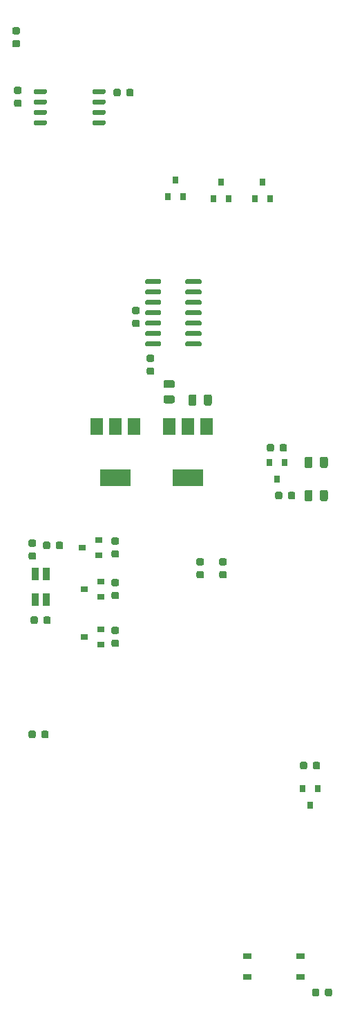
<source format=gtp>
G04 #@! TF.GenerationSoftware,KiCad,Pcbnew,(5.1.10-1-10_14)*
G04 #@! TF.CreationDate,2021-11-12T15:28:04+00:00*
G04 #@! TF.ProjectId,New-New-ACNode-Shield,4e65772d-4e65-4772-9d41-434e6f64652d,rev?*
G04 #@! TF.SameCoordinates,Original*
G04 #@! TF.FileFunction,Paste,Top*
G04 #@! TF.FilePolarity,Positive*
%FSLAX46Y46*%
G04 Gerber Fmt 4.6, Leading zero omitted, Abs format (unit mm)*
G04 Created by KiCad (PCBNEW (5.1.10-1-10_14)) date 2021-11-12 15:28:04*
%MOMM*%
%LPD*%
G01*
G04 APERTURE LIST*
%ADD10R,1.500000X2.000000*%
%ADD11R,3.800000X2.000000*%
%ADD12R,1.000000X0.800000*%
%ADD13R,0.800000X0.900000*%
%ADD14R,0.900000X0.800000*%
%ADD15R,0.900000X1.500000*%
G04 APERTURE END LIST*
D10*
X153430000Y-95656000D03*
X148830000Y-95656000D03*
X151130000Y-95656000D03*
D11*
X151130000Y-101956000D03*
D12*
X164950000Y-160430000D03*
X158450000Y-160430000D03*
X158450000Y-162970000D03*
X164950000Y-162970000D03*
G36*
G01*
X139452000Y-54887000D02*
X139452000Y-54587000D01*
G75*
G02*
X139602000Y-54437000I150000J0D01*
G01*
X140902000Y-54437000D01*
G75*
G02*
X141052000Y-54587000I0J-150000D01*
G01*
X141052000Y-54887000D01*
G75*
G02*
X140902000Y-55037000I-150000J0D01*
G01*
X139602000Y-55037000D01*
G75*
G02*
X139452000Y-54887000I0J150000D01*
G01*
G37*
G36*
G01*
X139452000Y-56157000D02*
X139452000Y-55857000D01*
G75*
G02*
X139602000Y-55707000I150000J0D01*
G01*
X140902000Y-55707000D01*
G75*
G02*
X141052000Y-55857000I0J-150000D01*
G01*
X141052000Y-56157000D01*
G75*
G02*
X140902000Y-56307000I-150000J0D01*
G01*
X139602000Y-56307000D01*
G75*
G02*
X139452000Y-56157000I0J150000D01*
G01*
G37*
G36*
G01*
X139452000Y-57427000D02*
X139452000Y-57127000D01*
G75*
G02*
X139602000Y-56977000I150000J0D01*
G01*
X140902000Y-56977000D01*
G75*
G02*
X141052000Y-57127000I0J-150000D01*
G01*
X141052000Y-57427000D01*
G75*
G02*
X140902000Y-57577000I-150000J0D01*
G01*
X139602000Y-57577000D01*
G75*
G02*
X139452000Y-57427000I0J150000D01*
G01*
G37*
G36*
G01*
X139452000Y-58697000D02*
X139452000Y-58397000D01*
G75*
G02*
X139602000Y-58247000I150000J0D01*
G01*
X140902000Y-58247000D01*
G75*
G02*
X141052000Y-58397000I0J-150000D01*
G01*
X141052000Y-58697000D01*
G75*
G02*
X140902000Y-58847000I-150000J0D01*
G01*
X139602000Y-58847000D01*
G75*
G02*
X139452000Y-58697000I0J150000D01*
G01*
G37*
G36*
G01*
X132252000Y-58697000D02*
X132252000Y-58397000D01*
G75*
G02*
X132402000Y-58247000I150000J0D01*
G01*
X133702000Y-58247000D01*
G75*
G02*
X133852000Y-58397000I0J-150000D01*
G01*
X133852000Y-58697000D01*
G75*
G02*
X133702000Y-58847000I-150000J0D01*
G01*
X132402000Y-58847000D01*
G75*
G02*
X132252000Y-58697000I0J150000D01*
G01*
G37*
G36*
G01*
X132252000Y-57427000D02*
X132252000Y-57127000D01*
G75*
G02*
X132402000Y-56977000I150000J0D01*
G01*
X133702000Y-56977000D01*
G75*
G02*
X133852000Y-57127000I0J-150000D01*
G01*
X133852000Y-57427000D01*
G75*
G02*
X133702000Y-57577000I-150000J0D01*
G01*
X132402000Y-57577000D01*
G75*
G02*
X132252000Y-57427000I0J150000D01*
G01*
G37*
G36*
G01*
X132252000Y-56157000D02*
X132252000Y-55857000D01*
G75*
G02*
X132402000Y-55707000I150000J0D01*
G01*
X133702000Y-55707000D01*
G75*
G02*
X133852000Y-55857000I0J-150000D01*
G01*
X133852000Y-56157000D01*
G75*
G02*
X133702000Y-56307000I-150000J0D01*
G01*
X132402000Y-56307000D01*
G75*
G02*
X132252000Y-56157000I0J150000D01*
G01*
G37*
G36*
G01*
X132252000Y-54887000D02*
X132252000Y-54587000D01*
G75*
G02*
X132402000Y-54437000I150000J0D01*
G01*
X133702000Y-54437000D01*
G75*
G02*
X133852000Y-54587000I0J-150000D01*
G01*
X133852000Y-54887000D01*
G75*
G02*
X133702000Y-55037000I-150000J0D01*
G01*
X132402000Y-55037000D01*
G75*
G02*
X132252000Y-54887000I0J150000D01*
G01*
G37*
G36*
G01*
X147852000Y-85448000D02*
X147852000Y-85748000D01*
G75*
G02*
X147702000Y-85898000I-150000J0D01*
G01*
X146052000Y-85898000D01*
G75*
G02*
X145902000Y-85748000I0J150000D01*
G01*
X145902000Y-85448000D01*
G75*
G02*
X146052000Y-85298000I150000J0D01*
G01*
X147702000Y-85298000D01*
G75*
G02*
X147852000Y-85448000I0J-150000D01*
G01*
G37*
G36*
G01*
X147852000Y-84178000D02*
X147852000Y-84478000D01*
G75*
G02*
X147702000Y-84628000I-150000J0D01*
G01*
X146052000Y-84628000D01*
G75*
G02*
X145902000Y-84478000I0J150000D01*
G01*
X145902000Y-84178000D01*
G75*
G02*
X146052000Y-84028000I150000J0D01*
G01*
X147702000Y-84028000D01*
G75*
G02*
X147852000Y-84178000I0J-150000D01*
G01*
G37*
G36*
G01*
X147852000Y-82908000D02*
X147852000Y-83208000D01*
G75*
G02*
X147702000Y-83358000I-150000J0D01*
G01*
X146052000Y-83358000D01*
G75*
G02*
X145902000Y-83208000I0J150000D01*
G01*
X145902000Y-82908000D01*
G75*
G02*
X146052000Y-82758000I150000J0D01*
G01*
X147702000Y-82758000D01*
G75*
G02*
X147852000Y-82908000I0J-150000D01*
G01*
G37*
G36*
G01*
X147852000Y-81638000D02*
X147852000Y-81938000D01*
G75*
G02*
X147702000Y-82088000I-150000J0D01*
G01*
X146052000Y-82088000D01*
G75*
G02*
X145902000Y-81938000I0J150000D01*
G01*
X145902000Y-81638000D01*
G75*
G02*
X146052000Y-81488000I150000J0D01*
G01*
X147702000Y-81488000D01*
G75*
G02*
X147852000Y-81638000I0J-150000D01*
G01*
G37*
G36*
G01*
X147852000Y-80368000D02*
X147852000Y-80668000D01*
G75*
G02*
X147702000Y-80818000I-150000J0D01*
G01*
X146052000Y-80818000D01*
G75*
G02*
X145902000Y-80668000I0J150000D01*
G01*
X145902000Y-80368000D01*
G75*
G02*
X146052000Y-80218000I150000J0D01*
G01*
X147702000Y-80218000D01*
G75*
G02*
X147852000Y-80368000I0J-150000D01*
G01*
G37*
G36*
G01*
X147852000Y-79098000D02*
X147852000Y-79398000D01*
G75*
G02*
X147702000Y-79548000I-150000J0D01*
G01*
X146052000Y-79548000D01*
G75*
G02*
X145902000Y-79398000I0J150000D01*
G01*
X145902000Y-79098000D01*
G75*
G02*
X146052000Y-78948000I150000J0D01*
G01*
X147702000Y-78948000D01*
G75*
G02*
X147852000Y-79098000I0J-150000D01*
G01*
G37*
G36*
G01*
X147852000Y-77828000D02*
X147852000Y-78128000D01*
G75*
G02*
X147702000Y-78278000I-150000J0D01*
G01*
X146052000Y-78278000D01*
G75*
G02*
X145902000Y-78128000I0J150000D01*
G01*
X145902000Y-77828000D01*
G75*
G02*
X146052000Y-77678000I150000J0D01*
G01*
X147702000Y-77678000D01*
G75*
G02*
X147852000Y-77828000I0J-150000D01*
G01*
G37*
G36*
G01*
X152802000Y-77828000D02*
X152802000Y-78128000D01*
G75*
G02*
X152652000Y-78278000I-150000J0D01*
G01*
X151002000Y-78278000D01*
G75*
G02*
X150852000Y-78128000I0J150000D01*
G01*
X150852000Y-77828000D01*
G75*
G02*
X151002000Y-77678000I150000J0D01*
G01*
X152652000Y-77678000D01*
G75*
G02*
X152802000Y-77828000I0J-150000D01*
G01*
G37*
G36*
G01*
X152802000Y-79098000D02*
X152802000Y-79398000D01*
G75*
G02*
X152652000Y-79548000I-150000J0D01*
G01*
X151002000Y-79548000D01*
G75*
G02*
X150852000Y-79398000I0J150000D01*
G01*
X150852000Y-79098000D01*
G75*
G02*
X151002000Y-78948000I150000J0D01*
G01*
X152652000Y-78948000D01*
G75*
G02*
X152802000Y-79098000I0J-150000D01*
G01*
G37*
G36*
G01*
X152802000Y-80368000D02*
X152802000Y-80668000D01*
G75*
G02*
X152652000Y-80818000I-150000J0D01*
G01*
X151002000Y-80818000D01*
G75*
G02*
X150852000Y-80668000I0J150000D01*
G01*
X150852000Y-80368000D01*
G75*
G02*
X151002000Y-80218000I150000J0D01*
G01*
X152652000Y-80218000D01*
G75*
G02*
X152802000Y-80368000I0J-150000D01*
G01*
G37*
G36*
G01*
X152802000Y-81638000D02*
X152802000Y-81938000D01*
G75*
G02*
X152652000Y-82088000I-150000J0D01*
G01*
X151002000Y-82088000D01*
G75*
G02*
X150852000Y-81938000I0J150000D01*
G01*
X150852000Y-81638000D01*
G75*
G02*
X151002000Y-81488000I150000J0D01*
G01*
X152652000Y-81488000D01*
G75*
G02*
X152802000Y-81638000I0J-150000D01*
G01*
G37*
G36*
G01*
X152802000Y-82908000D02*
X152802000Y-83208000D01*
G75*
G02*
X152652000Y-83358000I-150000J0D01*
G01*
X151002000Y-83358000D01*
G75*
G02*
X150852000Y-83208000I0J150000D01*
G01*
X150852000Y-82908000D01*
G75*
G02*
X151002000Y-82758000I150000J0D01*
G01*
X152652000Y-82758000D01*
G75*
G02*
X152802000Y-82908000I0J-150000D01*
G01*
G37*
G36*
G01*
X152802000Y-84178000D02*
X152802000Y-84478000D01*
G75*
G02*
X152652000Y-84628000I-150000J0D01*
G01*
X151002000Y-84628000D01*
G75*
G02*
X150852000Y-84478000I0J150000D01*
G01*
X150852000Y-84178000D01*
G75*
G02*
X151002000Y-84028000I150000J0D01*
G01*
X152652000Y-84028000D01*
G75*
G02*
X152802000Y-84178000I0J-150000D01*
G01*
G37*
G36*
G01*
X152802000Y-85448000D02*
X152802000Y-85748000D01*
G75*
G02*
X152652000Y-85898000I-150000J0D01*
G01*
X151002000Y-85898000D01*
G75*
G02*
X150852000Y-85748000I0J150000D01*
G01*
X150852000Y-85448000D01*
G75*
G02*
X151002000Y-85298000I150000J0D01*
G01*
X152652000Y-85298000D01*
G75*
G02*
X152802000Y-85448000I0J-150000D01*
G01*
G37*
G36*
G01*
X161702000Y-98041750D02*
X161702000Y-98554250D01*
G75*
G02*
X161483250Y-98773000I-218750J0D01*
G01*
X161045750Y-98773000D01*
G75*
G02*
X160827000Y-98554250I0J218750D01*
G01*
X160827000Y-98041750D01*
G75*
G02*
X161045750Y-97823000I218750J0D01*
G01*
X161483250Y-97823000D01*
G75*
G02*
X161702000Y-98041750I0J-218750D01*
G01*
G37*
G36*
G01*
X163277000Y-98041750D02*
X163277000Y-98554250D01*
G75*
G02*
X163058250Y-98773000I-218750J0D01*
G01*
X162620750Y-98773000D01*
G75*
G02*
X162402000Y-98554250I0J218750D01*
G01*
X162402000Y-98041750D01*
G75*
G02*
X162620750Y-97823000I218750J0D01*
G01*
X163058250Y-97823000D01*
G75*
G02*
X163277000Y-98041750I0J-218750D01*
G01*
G37*
G36*
G01*
X162718000Y-103883750D02*
X162718000Y-104396250D01*
G75*
G02*
X162499250Y-104615000I-218750J0D01*
G01*
X162061750Y-104615000D01*
G75*
G02*
X161843000Y-104396250I0J218750D01*
G01*
X161843000Y-103883750D01*
G75*
G02*
X162061750Y-103665000I218750J0D01*
G01*
X162499250Y-103665000D01*
G75*
G02*
X162718000Y-103883750I0J-218750D01*
G01*
G37*
G36*
G01*
X164293000Y-103883750D02*
X164293000Y-104396250D01*
G75*
G02*
X164074250Y-104615000I-218750J0D01*
G01*
X163636750Y-104615000D01*
G75*
G02*
X163418000Y-104396250I0J218750D01*
G01*
X163418000Y-103883750D01*
G75*
G02*
X163636750Y-103665000I218750J0D01*
G01*
X164074250Y-103665000D01*
G75*
G02*
X164293000Y-103883750I0J-218750D01*
G01*
G37*
G36*
G01*
X133192000Y-133606250D02*
X133192000Y-133093750D01*
G75*
G02*
X133410750Y-132875000I218750J0D01*
G01*
X133848250Y-132875000D01*
G75*
G02*
X134067000Y-133093750I0J-218750D01*
G01*
X134067000Y-133606250D01*
G75*
G02*
X133848250Y-133825000I-218750J0D01*
G01*
X133410750Y-133825000D01*
G75*
G02*
X133192000Y-133606250I0J218750D01*
G01*
G37*
G36*
G01*
X131617000Y-133606250D02*
X131617000Y-133093750D01*
G75*
G02*
X131835750Y-132875000I218750J0D01*
G01*
X132273250Y-132875000D01*
G75*
G02*
X132492000Y-133093750I0J-218750D01*
G01*
X132492000Y-133606250D01*
G75*
G02*
X132273250Y-133825000I-218750J0D01*
G01*
X131835750Y-133825000D01*
G75*
G02*
X131617000Y-133606250I0J218750D01*
G01*
G37*
G36*
G01*
X155704250Y-112680000D02*
X155191750Y-112680000D01*
G75*
G02*
X154973000Y-112461250I0J218750D01*
G01*
X154973000Y-112023750D01*
G75*
G02*
X155191750Y-111805000I218750J0D01*
G01*
X155704250Y-111805000D01*
G75*
G02*
X155923000Y-112023750I0J-218750D01*
G01*
X155923000Y-112461250D01*
G75*
G02*
X155704250Y-112680000I-218750J0D01*
G01*
G37*
G36*
G01*
X155704250Y-114255000D02*
X155191750Y-114255000D01*
G75*
G02*
X154973000Y-114036250I0J218750D01*
G01*
X154973000Y-113598750D01*
G75*
G02*
X155191750Y-113380000I218750J0D01*
G01*
X155704250Y-113380000D01*
G75*
G02*
X155923000Y-113598750I0J-218750D01*
G01*
X155923000Y-114036250D01*
G75*
G02*
X155704250Y-114255000I-218750J0D01*
G01*
G37*
G36*
G01*
X152910250Y-112680000D02*
X152397750Y-112680000D01*
G75*
G02*
X152179000Y-112461250I0J218750D01*
G01*
X152179000Y-112023750D01*
G75*
G02*
X152397750Y-111805000I218750J0D01*
G01*
X152910250Y-111805000D01*
G75*
G02*
X153129000Y-112023750I0J-218750D01*
G01*
X153129000Y-112461250D01*
G75*
G02*
X152910250Y-112680000I-218750J0D01*
G01*
G37*
G36*
G01*
X152910250Y-114255000D02*
X152397750Y-114255000D01*
G75*
G02*
X152179000Y-114036250I0J218750D01*
G01*
X152179000Y-113598750D01*
G75*
G02*
X152397750Y-113380000I218750J0D01*
G01*
X152910250Y-113380000D01*
G75*
G02*
X153129000Y-113598750I0J-218750D01*
G01*
X153129000Y-114036250D01*
G75*
G02*
X152910250Y-114255000I-218750J0D01*
G01*
G37*
G36*
G01*
X167950000Y-165156250D02*
X167950000Y-164643750D01*
G75*
G02*
X168168750Y-164425000I218750J0D01*
G01*
X168606250Y-164425000D01*
G75*
G02*
X168825000Y-164643750I0J-218750D01*
G01*
X168825000Y-165156250D01*
G75*
G02*
X168606250Y-165375000I-218750J0D01*
G01*
X168168750Y-165375000D01*
G75*
G02*
X167950000Y-165156250I0J218750D01*
G01*
G37*
G36*
G01*
X166375000Y-165156250D02*
X166375000Y-164643750D01*
G75*
G02*
X166593750Y-164425000I218750J0D01*
G01*
X167031250Y-164425000D01*
G75*
G02*
X167250000Y-164643750I0J-218750D01*
G01*
X167250000Y-165156250D01*
G75*
G02*
X167031250Y-165375000I-218750J0D01*
G01*
X166593750Y-165375000D01*
G75*
G02*
X166375000Y-165156250I0J218750D01*
G01*
G37*
G36*
G01*
X129843750Y-48450000D02*
X130356250Y-48450000D01*
G75*
G02*
X130575000Y-48668750I0J-218750D01*
G01*
X130575000Y-49106250D01*
G75*
G02*
X130356250Y-49325000I-218750J0D01*
G01*
X129843750Y-49325000D01*
G75*
G02*
X129625000Y-49106250I0J218750D01*
G01*
X129625000Y-48668750D01*
G75*
G02*
X129843750Y-48450000I218750J0D01*
G01*
G37*
G36*
G01*
X129843750Y-46875000D02*
X130356250Y-46875000D01*
G75*
G02*
X130575000Y-47093750I0J-218750D01*
G01*
X130575000Y-47531250D01*
G75*
G02*
X130356250Y-47750000I-218750J0D01*
G01*
X129843750Y-47750000D01*
G75*
G02*
X129625000Y-47531250I0J218750D01*
G01*
X129625000Y-47093750D01*
G75*
G02*
X129843750Y-46875000I218750J0D01*
G01*
G37*
G36*
G01*
X165766000Y-136903750D02*
X165766000Y-137416250D01*
G75*
G02*
X165547250Y-137635000I-218750J0D01*
G01*
X165109750Y-137635000D01*
G75*
G02*
X164891000Y-137416250I0J218750D01*
G01*
X164891000Y-136903750D01*
G75*
G02*
X165109750Y-136685000I218750J0D01*
G01*
X165547250Y-136685000D01*
G75*
G02*
X165766000Y-136903750I0J-218750D01*
G01*
G37*
G36*
G01*
X167341000Y-136903750D02*
X167341000Y-137416250D01*
G75*
G02*
X167122250Y-137635000I-218750J0D01*
G01*
X166684750Y-137635000D01*
G75*
G02*
X166466000Y-137416250I0J218750D01*
G01*
X166466000Y-136903750D01*
G75*
G02*
X166684750Y-136685000I218750J0D01*
G01*
X167122250Y-136685000D01*
G75*
G02*
X167341000Y-136903750I0J-218750D01*
G01*
G37*
G36*
G01*
X142496250Y-121062000D02*
X141983750Y-121062000D01*
G75*
G02*
X141765000Y-120843250I0J218750D01*
G01*
X141765000Y-120405750D01*
G75*
G02*
X141983750Y-120187000I218750J0D01*
G01*
X142496250Y-120187000D01*
G75*
G02*
X142715000Y-120405750I0J-218750D01*
G01*
X142715000Y-120843250D01*
G75*
G02*
X142496250Y-121062000I-218750J0D01*
G01*
G37*
G36*
G01*
X142496250Y-122637000D02*
X141983750Y-122637000D01*
G75*
G02*
X141765000Y-122418250I0J218750D01*
G01*
X141765000Y-121980750D01*
G75*
G02*
X141983750Y-121762000I218750J0D01*
G01*
X142496250Y-121762000D01*
G75*
G02*
X142715000Y-121980750I0J-218750D01*
G01*
X142715000Y-122418250D01*
G75*
G02*
X142496250Y-122637000I-218750J0D01*
G01*
G37*
G36*
G01*
X142496250Y-115220000D02*
X141983750Y-115220000D01*
G75*
G02*
X141765000Y-115001250I0J218750D01*
G01*
X141765000Y-114563750D01*
G75*
G02*
X141983750Y-114345000I218750J0D01*
G01*
X142496250Y-114345000D01*
G75*
G02*
X142715000Y-114563750I0J-218750D01*
G01*
X142715000Y-115001250D01*
G75*
G02*
X142496250Y-115220000I-218750J0D01*
G01*
G37*
G36*
G01*
X142496250Y-116795000D02*
X141983750Y-116795000D01*
G75*
G02*
X141765000Y-116576250I0J218750D01*
G01*
X141765000Y-116138750D01*
G75*
G02*
X141983750Y-115920000I218750J0D01*
G01*
X142496250Y-115920000D01*
G75*
G02*
X142715000Y-116138750I0J-218750D01*
G01*
X142715000Y-116576250D01*
G75*
G02*
X142496250Y-116795000I-218750J0D01*
G01*
G37*
G36*
G01*
X142496250Y-110140000D02*
X141983750Y-110140000D01*
G75*
G02*
X141765000Y-109921250I0J218750D01*
G01*
X141765000Y-109483750D01*
G75*
G02*
X141983750Y-109265000I218750J0D01*
G01*
X142496250Y-109265000D01*
G75*
G02*
X142715000Y-109483750I0J-218750D01*
G01*
X142715000Y-109921250D01*
G75*
G02*
X142496250Y-110140000I-218750J0D01*
G01*
G37*
G36*
G01*
X142496250Y-111715000D02*
X141983750Y-111715000D01*
G75*
G02*
X141765000Y-111496250I0J218750D01*
G01*
X141765000Y-111058750D01*
G75*
G02*
X141983750Y-110840000I218750J0D01*
G01*
X142496250Y-110840000D01*
G75*
G02*
X142715000Y-111058750I0J-218750D01*
G01*
X142715000Y-111496250D01*
G75*
G02*
X142496250Y-111715000I-218750J0D01*
G01*
G37*
G36*
G01*
X133446000Y-119636250D02*
X133446000Y-119123750D01*
G75*
G02*
X133664750Y-118905000I218750J0D01*
G01*
X134102250Y-118905000D01*
G75*
G02*
X134321000Y-119123750I0J-218750D01*
G01*
X134321000Y-119636250D01*
G75*
G02*
X134102250Y-119855000I-218750J0D01*
G01*
X133664750Y-119855000D01*
G75*
G02*
X133446000Y-119636250I0J218750D01*
G01*
G37*
G36*
G01*
X131871000Y-119636250D02*
X131871000Y-119123750D01*
G75*
G02*
X132089750Y-118905000I218750J0D01*
G01*
X132527250Y-118905000D01*
G75*
G02*
X132746000Y-119123750I0J-218750D01*
G01*
X132746000Y-119636250D01*
G75*
G02*
X132527250Y-119855000I-218750J0D01*
G01*
X132089750Y-119855000D01*
G75*
G02*
X131871000Y-119636250I0J218750D01*
G01*
G37*
G36*
G01*
X132336250Y-110394000D02*
X131823750Y-110394000D01*
G75*
G02*
X131605000Y-110175250I0J218750D01*
G01*
X131605000Y-109737750D01*
G75*
G02*
X131823750Y-109519000I218750J0D01*
G01*
X132336250Y-109519000D01*
G75*
G02*
X132555000Y-109737750I0J-218750D01*
G01*
X132555000Y-110175250D01*
G75*
G02*
X132336250Y-110394000I-218750J0D01*
G01*
G37*
G36*
G01*
X132336250Y-111969000D02*
X131823750Y-111969000D01*
G75*
G02*
X131605000Y-111750250I0J218750D01*
G01*
X131605000Y-111312750D01*
G75*
G02*
X131823750Y-111094000I218750J0D01*
G01*
X132336250Y-111094000D01*
G75*
G02*
X132555000Y-111312750I0J-218750D01*
G01*
X132555000Y-111750250D01*
G75*
G02*
X132336250Y-111969000I-218750J0D01*
G01*
G37*
G36*
G01*
X134970000Y-110492250D02*
X134970000Y-109979750D01*
G75*
G02*
X135188750Y-109761000I218750J0D01*
G01*
X135626250Y-109761000D01*
G75*
G02*
X135845000Y-109979750I0J-218750D01*
G01*
X135845000Y-110492250D01*
G75*
G02*
X135626250Y-110711000I-218750J0D01*
G01*
X135188750Y-110711000D01*
G75*
G02*
X134970000Y-110492250I0J218750D01*
G01*
G37*
G36*
G01*
X133395000Y-110492250D02*
X133395000Y-109979750D01*
G75*
G02*
X133613750Y-109761000I218750J0D01*
G01*
X134051250Y-109761000D01*
G75*
G02*
X134270000Y-109979750I0J-218750D01*
G01*
X134270000Y-110492250D01*
G75*
G02*
X134051250Y-110711000I-218750J0D01*
G01*
X133613750Y-110711000D01*
G75*
G02*
X133395000Y-110492250I0J218750D01*
G01*
G37*
G36*
G01*
X130558250Y-55022000D02*
X130045750Y-55022000D01*
G75*
G02*
X129827000Y-54803250I0J218750D01*
G01*
X129827000Y-54365750D01*
G75*
G02*
X130045750Y-54147000I218750J0D01*
G01*
X130558250Y-54147000D01*
G75*
G02*
X130777000Y-54365750I0J-218750D01*
G01*
X130777000Y-54803250D01*
G75*
G02*
X130558250Y-55022000I-218750J0D01*
G01*
G37*
G36*
G01*
X130558250Y-56597000D02*
X130045750Y-56597000D01*
G75*
G02*
X129827000Y-56378250I0J218750D01*
G01*
X129827000Y-55940750D01*
G75*
G02*
X130045750Y-55722000I218750J0D01*
G01*
X130558250Y-55722000D01*
G75*
G02*
X130777000Y-55940750I0J-218750D01*
G01*
X130777000Y-56378250D01*
G75*
G02*
X130558250Y-56597000I-218750J0D01*
G01*
G37*
G36*
G01*
X144523750Y-82646000D02*
X145036250Y-82646000D01*
G75*
G02*
X145255000Y-82864750I0J-218750D01*
G01*
X145255000Y-83302250D01*
G75*
G02*
X145036250Y-83521000I-218750J0D01*
G01*
X144523750Y-83521000D01*
G75*
G02*
X144305000Y-83302250I0J218750D01*
G01*
X144305000Y-82864750D01*
G75*
G02*
X144523750Y-82646000I218750J0D01*
G01*
G37*
G36*
G01*
X144523750Y-81071000D02*
X145036250Y-81071000D01*
G75*
G02*
X145255000Y-81289750I0J-218750D01*
G01*
X145255000Y-81727250D01*
G75*
G02*
X145036250Y-81946000I-218750J0D01*
G01*
X144523750Y-81946000D01*
G75*
G02*
X144305000Y-81727250I0J218750D01*
G01*
X144305000Y-81289750D01*
G75*
G02*
X144523750Y-81071000I218750J0D01*
G01*
G37*
D13*
X162052000Y-102092000D03*
X161102000Y-100092000D03*
X163002000Y-100092000D03*
X166116000Y-141970000D03*
X165166000Y-139970000D03*
X167066000Y-139970000D03*
D10*
X144540000Y-95656000D03*
X139940000Y-95656000D03*
X142240000Y-95656000D03*
D11*
X142240000Y-101956000D03*
D14*
X138446000Y-121412000D03*
X140446000Y-120462000D03*
X140446000Y-122362000D03*
X138446000Y-115570000D03*
X140446000Y-114620000D03*
X140446000Y-116520000D03*
X138192000Y-110490000D03*
X140192000Y-109540000D03*
X140192000Y-111440000D03*
D13*
X155194000Y-65802000D03*
X156144000Y-67802000D03*
X154244000Y-67802000D03*
X149606000Y-65548000D03*
X150556000Y-67548000D03*
X148656000Y-67548000D03*
X160274000Y-65802000D03*
X161224000Y-67802000D03*
X159324000Y-67802000D03*
G36*
G01*
X167328000Y-100532250D02*
X167328000Y-99619750D01*
G75*
G02*
X167571750Y-99376000I243750J0D01*
G01*
X168059250Y-99376000D01*
G75*
G02*
X168303000Y-99619750I0J-243750D01*
G01*
X168303000Y-100532250D01*
G75*
G02*
X168059250Y-100776000I-243750J0D01*
G01*
X167571750Y-100776000D01*
G75*
G02*
X167328000Y-100532250I0J243750D01*
G01*
G37*
G36*
G01*
X165453000Y-100532250D02*
X165453000Y-99619750D01*
G75*
G02*
X165696750Y-99376000I243750J0D01*
G01*
X166184250Y-99376000D01*
G75*
G02*
X166428000Y-99619750I0J-243750D01*
G01*
X166428000Y-100532250D01*
G75*
G02*
X166184250Y-100776000I-243750J0D01*
G01*
X165696750Y-100776000D01*
G75*
G02*
X165453000Y-100532250I0J243750D01*
G01*
G37*
G36*
G01*
X166428000Y-103683750D02*
X166428000Y-104596250D01*
G75*
G02*
X166184250Y-104840000I-243750J0D01*
G01*
X165696750Y-104840000D01*
G75*
G02*
X165453000Y-104596250I0J243750D01*
G01*
X165453000Y-103683750D01*
G75*
G02*
X165696750Y-103440000I243750J0D01*
G01*
X166184250Y-103440000D01*
G75*
G02*
X166428000Y-103683750I0J-243750D01*
G01*
G37*
G36*
G01*
X168303000Y-103683750D02*
X168303000Y-104596250D01*
G75*
G02*
X168059250Y-104840000I-243750J0D01*
G01*
X167571750Y-104840000D01*
G75*
G02*
X167328000Y-104596250I0J243750D01*
G01*
X167328000Y-103683750D01*
G75*
G02*
X167571750Y-103440000I243750J0D01*
G01*
X168059250Y-103440000D01*
G75*
G02*
X168303000Y-103683750I0J-243750D01*
G01*
G37*
D15*
X132396000Y-116866000D03*
X133796000Y-116866000D03*
X132396000Y-113766000D03*
X133796000Y-113766000D03*
G36*
G01*
X153104000Y-92912250D02*
X153104000Y-91999750D01*
G75*
G02*
X153347750Y-91756000I243750J0D01*
G01*
X153835250Y-91756000D01*
G75*
G02*
X154079000Y-91999750I0J-243750D01*
G01*
X154079000Y-92912250D01*
G75*
G02*
X153835250Y-93156000I-243750J0D01*
G01*
X153347750Y-93156000D01*
G75*
G02*
X153104000Y-92912250I0J243750D01*
G01*
G37*
G36*
G01*
X151229000Y-92912250D02*
X151229000Y-91999750D01*
G75*
G02*
X151472750Y-91756000I243750J0D01*
G01*
X151960250Y-91756000D01*
G75*
G02*
X152204000Y-91999750I0J-243750D01*
G01*
X152204000Y-92912250D01*
G75*
G02*
X151960250Y-93156000I-243750J0D01*
G01*
X151472750Y-93156000D01*
G75*
G02*
X151229000Y-92912250I0J243750D01*
G01*
G37*
G36*
G01*
X149300250Y-90990000D02*
X148387750Y-90990000D01*
G75*
G02*
X148144000Y-90746250I0J243750D01*
G01*
X148144000Y-90258750D01*
G75*
G02*
X148387750Y-90015000I243750J0D01*
G01*
X149300250Y-90015000D01*
G75*
G02*
X149544000Y-90258750I0J-243750D01*
G01*
X149544000Y-90746250D01*
G75*
G02*
X149300250Y-90990000I-243750J0D01*
G01*
G37*
G36*
G01*
X149300250Y-92865000D02*
X148387750Y-92865000D01*
G75*
G02*
X148144000Y-92621250I0J243750D01*
G01*
X148144000Y-92133750D01*
G75*
G02*
X148387750Y-91890000I243750J0D01*
G01*
X149300250Y-91890000D01*
G75*
G02*
X149544000Y-92133750I0J-243750D01*
G01*
X149544000Y-92621250D01*
G75*
G02*
X149300250Y-92865000I-243750J0D01*
G01*
G37*
G36*
G01*
X142906000Y-54607750D02*
X142906000Y-55120250D01*
G75*
G02*
X142687250Y-55339000I-218750J0D01*
G01*
X142249750Y-55339000D01*
G75*
G02*
X142031000Y-55120250I0J218750D01*
G01*
X142031000Y-54607750D01*
G75*
G02*
X142249750Y-54389000I218750J0D01*
G01*
X142687250Y-54389000D01*
G75*
G02*
X142906000Y-54607750I0J-218750D01*
G01*
G37*
G36*
G01*
X144481000Y-54607750D02*
X144481000Y-55120250D01*
G75*
G02*
X144262250Y-55339000I-218750J0D01*
G01*
X143824750Y-55339000D01*
G75*
G02*
X143606000Y-55120250I0J218750D01*
G01*
X143606000Y-54607750D01*
G75*
G02*
X143824750Y-54389000I218750J0D01*
G01*
X144262250Y-54389000D01*
G75*
G02*
X144481000Y-54607750I0J-218750D01*
G01*
G37*
G36*
G01*
X146301750Y-88488000D02*
X146814250Y-88488000D01*
G75*
G02*
X147033000Y-88706750I0J-218750D01*
G01*
X147033000Y-89144250D01*
G75*
G02*
X146814250Y-89363000I-218750J0D01*
G01*
X146301750Y-89363000D01*
G75*
G02*
X146083000Y-89144250I0J218750D01*
G01*
X146083000Y-88706750D01*
G75*
G02*
X146301750Y-88488000I218750J0D01*
G01*
G37*
G36*
G01*
X146301750Y-86913000D02*
X146814250Y-86913000D01*
G75*
G02*
X147033000Y-87131750I0J-218750D01*
G01*
X147033000Y-87569250D01*
G75*
G02*
X146814250Y-87788000I-218750J0D01*
G01*
X146301750Y-87788000D01*
G75*
G02*
X146083000Y-87569250I0J218750D01*
G01*
X146083000Y-87131750D01*
G75*
G02*
X146301750Y-86913000I218750J0D01*
G01*
G37*
M02*

</source>
